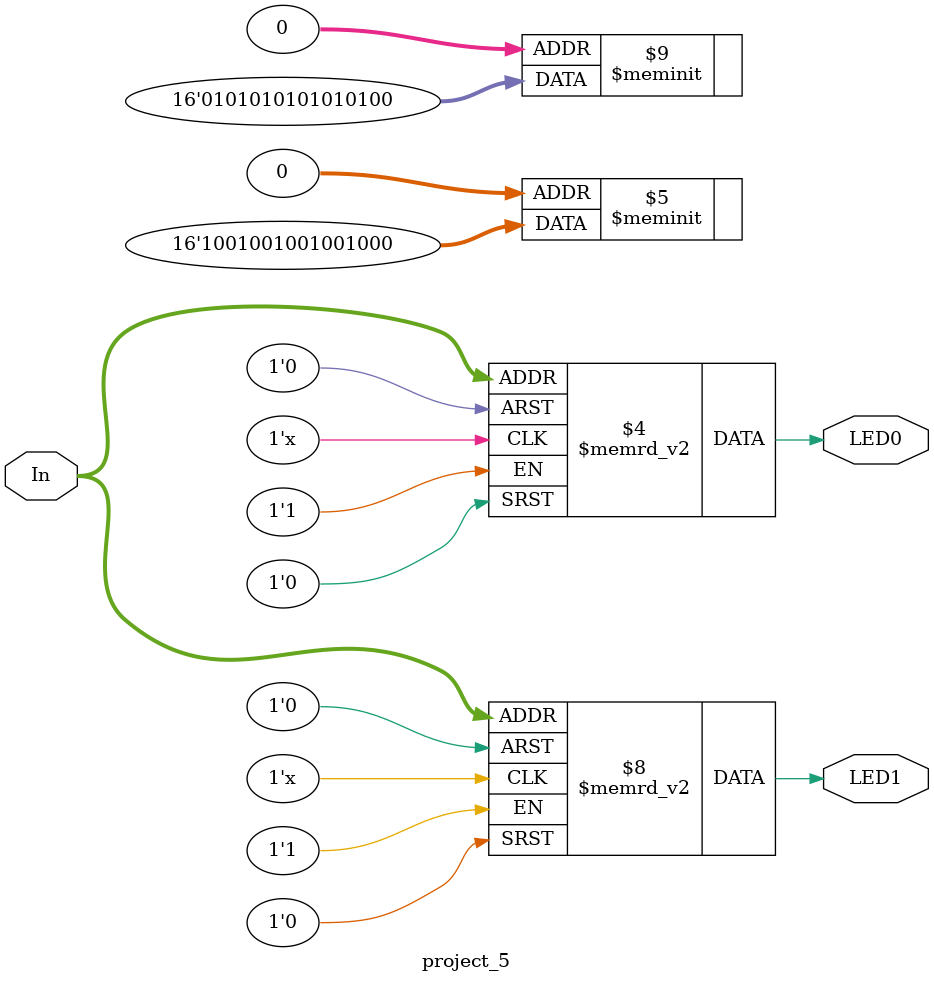
<source format=v>
`timescale 1ns / 1ps


module project_5(input [3:0] In, output LED0, output LED1);
    
    reg LED0, LED1;
    
    always@(*)
    begin
        case({In[3],In[2],In[1],In[0]})
            4'b0000: LED0 = 0;
            4'b0001: LED0 = 0;
            4'b0010: LED0 = 0;
            4'b0011: LED0 = 1;
            4'b0100: LED0 = 0;
            4'b0101: LED0 = 0;
            4'b0110: LED0 = 1;
            4'b0111: LED0 = 0;
            4'b1000: LED0 = 0;
            4'b1001: LED0 = 1;
            4'b1010: LED0 = 0;
            4'b1011: LED0 = 0;
            4'b1100: LED0 = 1;
            4'b1101: LED0 = 0;
            4'b1110: LED0 = 0;
            4'b1111: LED0 = 1;
        endcase
        case({In[3],In[2],In[1],In[0]})
            4'b0000: LED1 = 0;
            4'b0001: LED1 = 0;
            4'b0010: LED1 = 1;
            4'b0011: LED1 = 0;
            4'b0100: LED1 = 1;
            4'b0101: LED1 = 0;
            4'b0110: LED1 = 1;
            4'b0111: LED1 = 0;
            4'b1000: LED1 = 1;
            4'b1001: LED1 = 0;
            4'b1010: LED1 = 1;
            4'b1011: LED1 = 0;
            4'b1100: LED1 = 1;
            4'b1101: LED1 = 0;
            4'b1110: LED1 = 1;
            4'b1111: LED1 = 0;
        endcase
    end
endmodule

</source>
